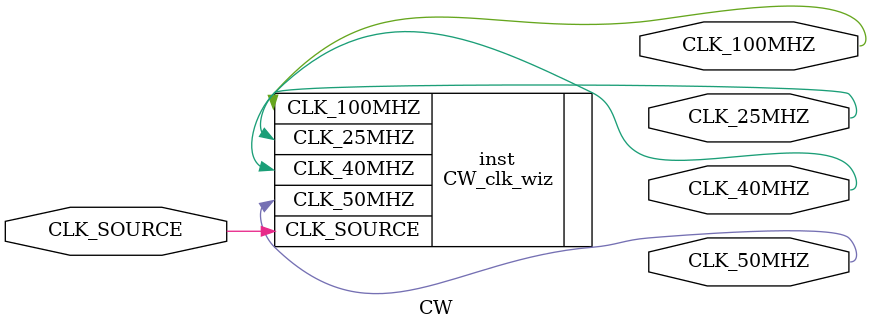
<source format=v>


`timescale 1ps/1ps

(* CORE_GENERATION_INFO = "CW,clk_wiz_v6_0_13_0_0,{component_name=CW,use_phase_alignment=true,use_min_o_jitter=false,use_max_i_jitter=false,use_dyn_phase_shift=false,use_inclk_switchover=false,use_dyn_reconfig=false,enable_axi=0,feedback_source=FDBK_AUTO,PRIMITIVE=PLL,num_out_clk=4,clkin1_period=10.000,clkin2_period=10.000,use_power_down=false,use_reset=false,use_locked=false,use_inclk_stopped=false,feedback_type=SINGLE,CLOCK_MGR_TYPE=NA,manual_override=false}" *)

module CW 
 (
  // Clock out ports
  output        CLK_100MHZ,
  output        CLK_50MHZ,
  output        CLK_40MHZ,
  output        CLK_25MHZ,
 // Clock in ports
  input         CLK_SOURCE
 );

  CW_clk_wiz inst
  (
  // Clock out ports  
  .CLK_100MHZ(CLK_100MHZ),
  .CLK_50MHZ(CLK_50MHZ),
  .CLK_40MHZ(CLK_40MHZ),
  .CLK_25MHZ(CLK_25MHZ),
 // Clock in ports
  .CLK_SOURCE(CLK_SOURCE)
  );

endmodule

</source>
